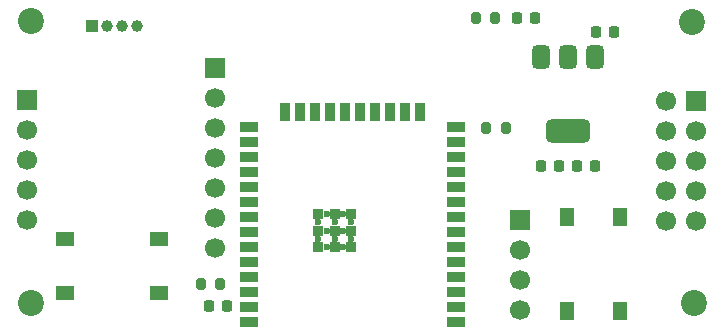
<source format=gbr>
%TF.GenerationSoftware,KiCad,Pcbnew,9.0.6*%
%TF.CreationDate,2025-12-21T22:24:18+01:00*%
%TF.ProjectId,drone_v2,64726f6e-655f-4763-922e-6b696361645f,rev?*%
%TF.SameCoordinates,Original*%
%TF.FileFunction,Soldermask,Bot*%
%TF.FilePolarity,Negative*%
%FSLAX46Y46*%
G04 Gerber Fmt 4.6, Leading zero omitted, Abs format (unit mm)*
G04 Created by KiCad (PCBNEW 9.0.6) date 2025-12-21 22:24:18*
%MOMM*%
%LPD*%
G01*
G04 APERTURE LIST*
G04 Aperture macros list*
%AMRoundRect*
0 Rectangle with rounded corners*
0 $1 Rounding radius*
0 $2 $3 $4 $5 $6 $7 $8 $9 X,Y pos of 4 corners*
0 Add a 4 corners polygon primitive as box body*
4,1,4,$2,$3,$4,$5,$6,$7,$8,$9,$2,$3,0*
0 Add four circle primitives for the rounded corners*
1,1,$1+$1,$2,$3*
1,1,$1+$1,$4,$5*
1,1,$1+$1,$6,$7*
1,1,$1+$1,$8,$9*
0 Add four rect primitives between the rounded corners*
20,1,$1+$1,$2,$3,$4,$5,0*
20,1,$1+$1,$4,$5,$6,$7,0*
20,1,$1+$1,$6,$7,$8,$9,0*
20,1,$1+$1,$8,$9,$2,$3,0*%
G04 Aperture macros list end*
%ADD10RoundRect,0.218750X0.218750X0.256250X-0.218750X0.256250X-0.218750X-0.256250X0.218750X-0.256250X0*%
%ADD11RoundRect,0.200000X-0.200000X-0.275000X0.200000X-0.275000X0.200000X0.275000X-0.200000X0.275000X0*%
%ADD12C,2.200000*%
%ADD13R,1.700000X1.700000*%
%ADD14C,1.700000*%
%ADD15R,1.550000X1.300000*%
%ADD16RoundRect,0.225000X0.225000X0.250000X-0.225000X0.250000X-0.225000X-0.250000X0.225000X-0.250000X0*%
%ADD17R,1.300000X1.550000*%
%ADD18RoundRect,0.225000X-0.225000X-0.250000X0.225000X-0.250000X0.225000X0.250000X-0.225000X0.250000X0*%
%ADD19RoundRect,0.375000X-0.375000X0.625000X-0.375000X-0.625000X0.375000X-0.625000X0.375000X0.625000X0*%
%ADD20RoundRect,0.500000X-1.400000X0.500000X-1.400000X-0.500000X1.400000X-0.500000X1.400000X0.500000X0*%
%ADD21R,1.500000X0.900000*%
%ADD22R,0.900000X1.500000*%
%ADD23R,0.900000X0.900000*%
%ADD24C,0.600000*%
%ADD25R,1.000000X1.000000*%
%ADD26C,1.000000*%
G04 APERTURE END LIST*
D10*
%TO.C,D1*%
X180812500Y-48150000D03*
X179237500Y-48150000D03*
%TD*%
D11*
%TO.C,R5*%
X175750000Y-48175000D03*
X177400000Y-48175000D03*
%TD*%
D12*
%TO.C,H4*%
X194225000Y-72250000D03*
%TD*%
%TO.C,H3*%
X138125000Y-72250000D03*
%TD*%
%TO.C,H2*%
X138075000Y-48425000D03*
%TD*%
%TO.C,H1*%
X194075000Y-48475000D03*
%TD*%
D13*
%TO.C,J1*%
X153700000Y-52380000D03*
D14*
X153700000Y-54920000D03*
X153700000Y-57460000D03*
X153700000Y-60000000D03*
X153700000Y-62540000D03*
X153700000Y-65080000D03*
X153700000Y-67620000D03*
%TD*%
D13*
%TO.C,J4*%
X137800000Y-55070000D03*
D14*
X137800000Y-57610000D03*
X137800000Y-60150000D03*
X137800000Y-62690000D03*
X137800000Y-65230000D03*
%TD*%
D15*
%TO.C,SW2*%
X148925000Y-66900000D03*
X140975000Y-66900000D03*
X148925000Y-71400000D03*
X140975000Y-71400000D03*
%TD*%
D16*
%TO.C,C4*%
X187500000Y-49350000D03*
X185950000Y-49350000D03*
%TD*%
D17*
%TO.C,SW1*%
X183500000Y-64975000D03*
X183500000Y-72925000D03*
X188000000Y-64975000D03*
X188000000Y-72925000D03*
%TD*%
D18*
%TO.C,C7*%
X181300000Y-60650000D03*
X182850000Y-60650000D03*
%TD*%
D19*
%TO.C,U3*%
X181300000Y-51450000D03*
X183600000Y-51450000D03*
D20*
X183600000Y-57750000D03*
D19*
X185900000Y-51450000D03*
%TD*%
D13*
%TO.C,J6*%
X194440000Y-55160000D03*
D14*
X191900000Y-55160000D03*
X194440000Y-57700000D03*
X191900000Y-57700000D03*
X194440000Y-60240000D03*
X191900000Y-60240000D03*
X194440000Y-62780000D03*
X191900000Y-62780000D03*
X194440000Y-65320000D03*
X191900000Y-65320000D03*
%TD*%
D21*
%TO.C,U1*%
X156600000Y-73870000D03*
X156600000Y-72600000D03*
X156600000Y-71330000D03*
X156600000Y-70060000D03*
X156600000Y-68790000D03*
X156600000Y-67520000D03*
X156600000Y-66250000D03*
X156600000Y-64980000D03*
X156600000Y-63710000D03*
X156600000Y-62440000D03*
X156600000Y-61170000D03*
X156600000Y-59900000D03*
X156600000Y-58630000D03*
X156600000Y-57360000D03*
D22*
X159635000Y-56110000D03*
X160905000Y-56110000D03*
X162175000Y-56110000D03*
X163445000Y-56110000D03*
X164715000Y-56110000D03*
X165985000Y-56110000D03*
X167255000Y-56110000D03*
X168525000Y-56110000D03*
X169795000Y-56110000D03*
X171065000Y-56110000D03*
D21*
X174100000Y-57360000D03*
X174100000Y-58630000D03*
X174100000Y-59900000D03*
X174100000Y-61170000D03*
X174100000Y-62440000D03*
X174100000Y-63710000D03*
X174100000Y-64980000D03*
X174100000Y-66250000D03*
X174100000Y-67520000D03*
X174100000Y-68790000D03*
X174100000Y-70060000D03*
X174100000Y-71330000D03*
X174100000Y-72600000D03*
X174100000Y-73870000D03*
D23*
X162450000Y-64750000D03*
D24*
X162450000Y-65450000D03*
D23*
X162450000Y-66150000D03*
D24*
X162450000Y-66850000D03*
D23*
X162450000Y-67550000D03*
D24*
X163150000Y-64750000D03*
X163150000Y-66150000D03*
X163150000Y-67550000D03*
D23*
X163850000Y-64750000D03*
D24*
X163850000Y-65450000D03*
D23*
X163850000Y-66150000D03*
D24*
X163850000Y-66850000D03*
D23*
X163850000Y-67550000D03*
D24*
X164550000Y-64750000D03*
X164550000Y-66150000D03*
X164550000Y-67550000D03*
D23*
X165250000Y-64750000D03*
D24*
X165250000Y-65450000D03*
D23*
X165250000Y-66150000D03*
D24*
X165250000Y-66850000D03*
D23*
X165250000Y-67550000D03*
%TD*%
D18*
%TO.C,C6*%
X153150000Y-72500000D03*
X154700000Y-72500000D03*
%TD*%
D16*
%TO.C,C5*%
X185900000Y-60650000D03*
X184350000Y-60650000D03*
%TD*%
D11*
%TO.C,R1*%
X152475000Y-70700000D03*
X154125000Y-70700000D03*
%TD*%
D25*
%TO.C,J3*%
X143250000Y-48825000D03*
D26*
X144520000Y-48825000D03*
X145790000Y-48825000D03*
X147060000Y-48825000D03*
%TD*%
D11*
%TO.C,R2*%
X176675000Y-57500000D03*
X178325000Y-57500000D03*
%TD*%
D13*
%TO.C,J5*%
X179525000Y-65300000D03*
D14*
X179525000Y-67840000D03*
X179525000Y-70380000D03*
X179525000Y-72920000D03*
%TD*%
M02*

</source>
